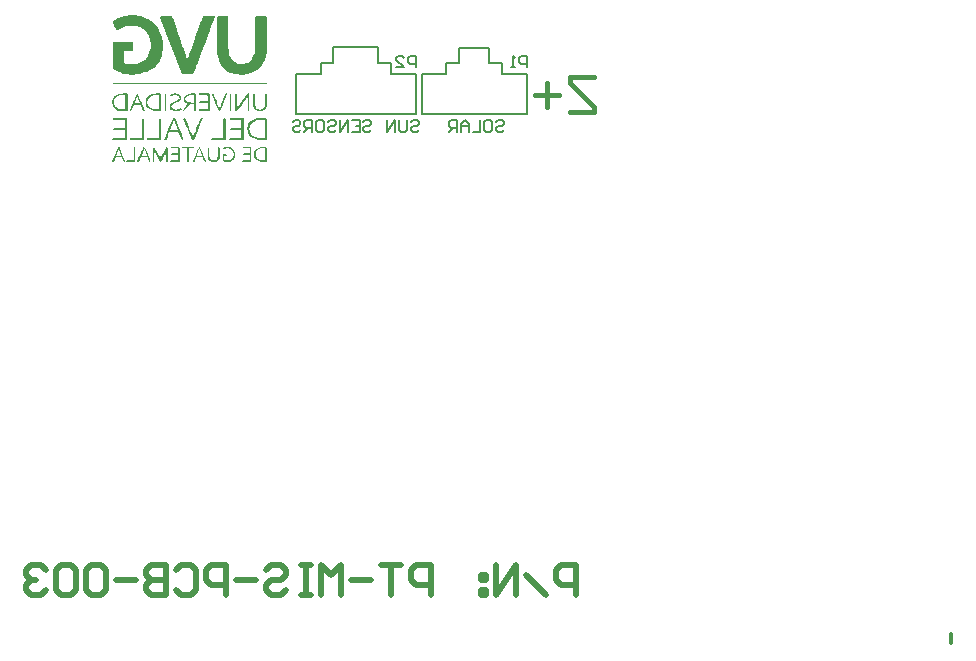
<source format=gbo>
G04 Layer_Color=32896*
%FSLAX25Y25*%
%MOIN*%
G70*
G01*
G75*
%ADD25C,0.00591*%
%ADD26C,0.01181*%
%ADD38C,0.02000*%
%ADD39C,0.01575*%
G36*
X92417Y182906D02*
Y175986D01*
X92187Y175678D01*
X91110D01*
X90188Y175755D01*
X89419Y175832D01*
X88650Y176063D01*
X88111Y176293D01*
X87573Y176524D01*
X87189Y176908D01*
X86497Y177600D01*
X86189Y178292D01*
X85958Y178831D01*
X85882Y179292D01*
Y179369D01*
Y179446D01*
Y179984D01*
X85958Y180445D01*
X86035Y180907D01*
X86420Y181676D01*
X87035Y182214D01*
X87727Y182598D01*
X88419Y182906D01*
X88957Y183060D01*
X89419Y183136D01*
X92187D01*
X92417Y182906D01*
D02*
G37*
G36*
X70119Y173448D02*
X70196Y173218D01*
X70504Y172602D01*
X70811Y171910D01*
X71119Y171065D01*
X71503Y170219D01*
X71734Y169527D01*
X71965Y168989D01*
X72041Y168912D01*
Y168835D01*
X71811Y168527D01*
X71272Y169219D01*
X71196Y169527D01*
X71119Y169834D01*
X70965Y170065D01*
X70888Y170219D01*
X68889D01*
X68658Y169681D01*
X68505Y169219D01*
X68351Y168912D01*
X68274Y168758D01*
X68197Y168604D01*
X68120Y168527D01*
X67813D01*
X68120Y169373D01*
X68351Y170142D01*
X68581Y170834D01*
X68812Y171372D01*
X69043Y171834D01*
X69196Y172295D01*
X69427Y172910D01*
X69658Y173218D01*
X69812Y173448D01*
X69889Y173525D01*
X70042D01*
X70119Y173448D01*
D02*
G37*
G36*
X78654Y182906D02*
Y175986D01*
X78423Y175678D01*
X73964D01*
X73733Y175986D01*
Y176139D01*
X73964Y176370D01*
X77885D01*
Y182906D01*
X78116Y183136D01*
X78423D01*
X78654Y182906D01*
D02*
G37*
G36*
X84575Y175986D02*
X84344Y175678D01*
X80038D01*
X79807Y175986D01*
Y176139D01*
X80038Y176370D01*
X83882D01*
Y179138D01*
X80499D01*
X80192Y179446D01*
Y179599D01*
X80499Y179830D01*
X83882D01*
Y182291D01*
X83652Y182598D01*
X79961D01*
Y183136D01*
X84575D01*
Y175986D01*
D02*
G37*
G36*
X62507Y191210D02*
X62892Y191133D01*
X63430Y190825D01*
X63737Y190441D01*
X63814Y190364D01*
Y190287D01*
Y189365D01*
X63276Y188672D01*
X62353Y188288D01*
X61661Y187980D01*
X61200Y187673D01*
X60816Y187442D01*
X60662Y187288D01*
X60585Y187135D01*
X60508Y186981D01*
X60585Y186673D01*
X60739Y186443D01*
X61277Y186135D01*
X61815Y185981D01*
X61969Y185904D01*
X62046D01*
X62584Y185981D01*
X63045Y186212D01*
X63507Y186366D01*
X63583Y186443D01*
X63660D01*
X63968Y186058D01*
X63891Y185904D01*
X63660Y185828D01*
X63353Y185674D01*
X63045Y185597D01*
X62738Y185520D01*
X62430Y185443D01*
X62199Y185366D01*
X62123D01*
X61431Y185443D01*
X60892Y185674D01*
X60508Y185904D01*
X60200Y186212D01*
X60047Y186443D01*
X59970Y186673D01*
Y186827D01*
Y186904D01*
Y187442D01*
X60354Y188134D01*
X61354Y188519D01*
X62046Y188826D01*
X62584Y189057D01*
X62892Y189288D01*
X63122Y189441D01*
X63199Y189518D01*
X63276Y189595D01*
Y189749D01*
X63199Y190057D01*
X63122Y190364D01*
X62661Y190595D01*
X62276Y190749D01*
X61507D01*
X60662Y190441D01*
X60354Y190518D01*
X60277Y190595D01*
X60200Y190672D01*
Y190749D01*
X60354Y190902D01*
X60508Y191056D01*
X60969Y191210D01*
X61354Y191287D01*
X62123D01*
X62507Y191210D01*
D02*
G37*
G36*
X45899Y190979D02*
Y185751D01*
X45668Y185520D01*
X43515D01*
X43054Y185597D01*
X42208Y185904D01*
X41593Y186366D01*
X41208Y186827D01*
X40978Y187288D01*
X40901Y187750D01*
X40824Y188057D01*
Y188134D01*
Y188826D01*
X40901Y189288D01*
X41055Y189672D01*
X41285Y189980D01*
X41516Y190287D01*
X42285Y190672D01*
X43131Y190979D01*
X44054Y191133D01*
X44745Y191287D01*
X45668D01*
X45899Y190979D01*
D02*
G37*
G36*
X70504Y181829D02*
X70119Y180676D01*
X69735Y179676D01*
X69427Y178831D01*
X69120Y178138D01*
X68889Y177523D01*
X68658Y176985D01*
X68505Y176601D01*
X68351Y176293D01*
X68197Y176063D01*
X68043Y175832D01*
X67966Y175678D01*
X67505D01*
X67428Y175755D01*
X67351Y175986D01*
X67197Y176370D01*
X66967Y176831D01*
X66736Y177370D01*
X66505Y177985D01*
X65967Y179292D01*
X65429Y180599D01*
X65198Y181214D01*
X64968Y181752D01*
X64737Y182214D01*
X64660Y182598D01*
X64506Y182829D01*
Y182906D01*
X64737Y183136D01*
X65044D01*
X65121Y183060D01*
X65275Y182829D01*
X65429Y182521D01*
X65583Y182137D01*
X65967Y181060D01*
X66429Y179907D01*
X66890Y178754D01*
X67274Y177677D01*
X67428Y177293D01*
X67582Y176985D01*
X67659Y176754D01*
Y176678D01*
X67813D01*
X68197Y177754D01*
X68581Y178754D01*
X68889Y179599D01*
X69196Y180368D01*
X69427Y180983D01*
X69581Y181522D01*
X69812Y181906D01*
X69965Y182291D01*
X70196Y182752D01*
X70350Y182983D01*
X70427Y183136D01*
X70965D01*
X70504Y181829D01*
D02*
G37*
G36*
X68197Y173218D02*
X67966Y172987D01*
X66275D01*
Y168835D01*
X66044Y168527D01*
X65737Y168835D01*
Y172987D01*
X64122D01*
X63814Y173218D01*
X64122Y173525D01*
X67966D01*
X68197Y173218D01*
D02*
G37*
G36*
X61892Y182983D02*
X62353Y181829D01*
X62815Y180753D01*
X63199Y179830D01*
X63507Y178984D01*
X63737Y178292D01*
X63968Y177754D01*
X64199Y177216D01*
X64275Y176831D01*
X64429Y176524D01*
X64506Y176216D01*
X64583Y175909D01*
X64660Y175755D01*
Y175678D01*
X64122D01*
X62815Y178292D01*
X59816D01*
X59508Y177446D01*
X59355Y176754D01*
X59124Y176293D01*
X58970Y175986D01*
X58893Y175832D01*
X58816Y175755D01*
X58740Y175678D01*
X58278D01*
X58201Y175832D01*
X58663Y177062D01*
X59047Y178215D01*
X59431Y179138D01*
X59739Y179984D01*
X60047Y180676D01*
X60277Y181291D01*
X60508Y181752D01*
X60662Y182137D01*
X60816Y182444D01*
X60969Y182675D01*
X61123Y182983D01*
X61200Y183136D01*
X61738D01*
X61892Y182983D01*
D02*
G37*
G36*
X76655Y173218D02*
Y170373D01*
X76578Y169757D01*
X76347Y169296D01*
X76040Y168912D01*
X75655Y168681D01*
X75271Y168527D01*
X74963Y168450D01*
X74656D01*
X73964Y168604D01*
X73502Y168758D01*
X73118Y169065D01*
X72887Y169296D01*
X72733Y169604D01*
X72657Y169834D01*
Y169988D01*
Y170065D01*
Y173371D01*
X72733Y173525D01*
X73041Y173218D01*
Y171142D01*
X73118Y170449D01*
X73272Y169911D01*
X73502Y169527D01*
X73810Y169296D01*
X74117Y169142D01*
X74348Y168989D01*
X74809D01*
X75271Y169142D01*
X75578Y169450D01*
X75886Y169911D01*
X76040Y170449D01*
X76117Y170911D01*
X76193Y171372D01*
Y171680D01*
Y171834D01*
Y173371D01*
X76347Y173525D01*
X76655Y173218D01*
D02*
G37*
G36*
X92417D02*
Y168835D01*
X92187Y168527D01*
X90495D01*
X89649Y168758D01*
X89034Y169065D01*
X88650Y169450D01*
X88342Y169834D01*
X88188Y170219D01*
X88035Y170603D01*
Y170834D01*
Y170911D01*
X88188Y171757D01*
X88496Y172449D01*
X89034Y172910D01*
X89572Y173218D01*
X90111Y173371D01*
X90649Y173525D01*
X92187D01*
X92417Y173218D01*
D02*
G37*
G36*
X80115Y173448D02*
X80653Y173218D01*
X81038Y172833D01*
X81345Y172449D01*
X81499Y171987D01*
X81653Y171680D01*
X81730Y171372D01*
Y171295D01*
Y170603D01*
X81653Y169988D01*
X81345Y169450D01*
X80961Y169065D01*
X80499Y168835D01*
X80038Y168604D01*
X79654Y168527D01*
X79346Y168450D01*
X79269D01*
X78731Y168527D01*
X78269Y168604D01*
X77962Y168681D01*
X77808Y168758D01*
X77654Y168835D01*
X77578Y168912D01*
Y168989D01*
Y170911D01*
X77885Y171142D01*
X78808D01*
X79115Y170911D01*
X78808Y170603D01*
X78116D01*
Y169065D01*
X78808Y168989D01*
X79346D01*
X79961Y169065D01*
X80422Y169296D01*
X80807Y169681D01*
X81038Y170065D01*
X81191Y170449D01*
X81268Y170834D01*
Y171065D01*
Y171142D01*
X81191Y171680D01*
X80961Y172141D01*
X80653Y172449D01*
X80269Y172679D01*
X79884Y172910D01*
X79577Y172987D01*
X79346Y173064D01*
X79269D01*
X78731Y172987D01*
X78346Y172910D01*
X78039Y172756D01*
X77885Y172679D01*
X77578Y172987D01*
X77654Y173141D01*
X77808Y173218D01*
X78116Y173371D01*
X78500Y173525D01*
X79500D01*
X80115Y173448D01*
D02*
G37*
G36*
X59431Y173218D02*
Y168835D01*
X59124Y168527D01*
X58816Y168835D01*
Y172295D01*
X58740D01*
X58278Y171142D01*
X57894Y170296D01*
X57586Y169604D01*
X57355Y169142D01*
X57125Y168835D01*
X56971Y168681D01*
X56894Y168527D01*
X56817D01*
X56740Y168604D01*
X56586Y168681D01*
X56356Y169142D01*
X55971Y169757D01*
X55664Y170449D01*
X55356Y171142D01*
X55126Y171680D01*
X54972Y172141D01*
X54895Y172218D01*
Y172295D01*
X54741D01*
Y168835D01*
X54434Y168527D01*
X54280D01*
Y173218D01*
X54587Y173525D01*
X54741D01*
X56894Y169373D01*
X57202Y170142D01*
X57509Y170757D01*
X57740Y171295D01*
X57971Y171757D01*
X58355Y172526D01*
X58586Y172987D01*
X58740Y173294D01*
X58893Y173448D01*
X58970Y173525D01*
X59124D01*
X59431Y173218D01*
D02*
G37*
G36*
X51435Y182906D02*
Y175986D01*
X51127Y175678D01*
X46898D01*
X46591Y175986D01*
Y176370D01*
X50589D01*
Y182906D01*
X50897Y183136D01*
X51127D01*
X51435Y182906D01*
D02*
G37*
G36*
X57048D02*
Y175986D01*
X56817Y175678D01*
X52511D01*
X52281Y175986D01*
Y176139D01*
X52511Y176370D01*
X56356D01*
Y182906D01*
X56663Y183136D01*
X56817D01*
X57048Y182906D01*
D02*
G37*
G36*
X87189Y173218D02*
Y168527D01*
X84190D01*
X84036Y168681D01*
X84344Y168989D01*
X86804D01*
Y170757D01*
X84575D01*
X84344Y171065D01*
X84575Y171295D01*
X86804D01*
Y172987D01*
X84190D01*
Y173218D01*
X84498Y173525D01*
X86958D01*
X87189Y173218D01*
D02*
G37*
G36*
X45668Y175986D02*
X45361Y175678D01*
X41055D01*
X40824Y175986D01*
Y176139D01*
X41055Y176370D01*
X44976D01*
Y179138D01*
X41516D01*
X41208Y179446D01*
Y179599D01*
X41516Y179830D01*
X44976D01*
Y182598D01*
X41208D01*
X41055Y182444D01*
Y182598D01*
X40978Y182752D01*
Y183136D01*
X45668D01*
Y175986D01*
D02*
G37*
G36*
X48513Y173218D02*
Y168835D01*
X48282Y168527D01*
X45514D01*
X45361Y168681D01*
X45668Y168989D01*
X48129D01*
Y173371D01*
X48282Y173525D01*
X48513Y173218D01*
D02*
G37*
G36*
X43131Y173448D02*
X43285Y173294D01*
X43361Y173064D01*
X43515Y172756D01*
X43823Y171987D01*
X44207Y171142D01*
X44515Y170219D01*
X44822Y169450D01*
X44899Y169142D01*
X44976Y168912D01*
X45053Y168758D01*
Y168681D01*
Y168527D01*
X44669D01*
X44438Y169065D01*
X44284Y169527D01*
X44130Y169834D01*
X44054Y169988D01*
X43977Y170142D01*
X43900Y170219D01*
X41901D01*
X41747Y169681D01*
X41593Y169219D01*
X41439Y168912D01*
X41285Y168758D01*
X41208Y168604D01*
X41132Y168527D01*
X40978D01*
X40824Y168681D01*
X41132Y169527D01*
X41439Y170219D01*
X41670Y170834D01*
X41901Y171449D01*
X42054Y171910D01*
X42285Y172295D01*
X42516Y172833D01*
X42669Y173218D01*
X42823Y173448D01*
X42900Y173525D01*
X43054D01*
X43131Y173448D01*
D02*
G37*
G36*
X79115Y191133D02*
X78731Y190133D01*
X78423Y189288D01*
X78116Y188519D01*
X77808Y187904D01*
X77578Y187365D01*
X77424Y186904D01*
X77193Y186520D01*
X77039Y186212D01*
X76885Y185828D01*
X76732Y185597D01*
X76655Y185520D01*
X76501D01*
X76347Y185674D01*
X76193Y185981D01*
X75809Y186673D01*
X75425Y187596D01*
X74963Y188596D01*
X74579Y189518D01*
X74271Y190364D01*
X74117Y190672D01*
X74041Y190902D01*
X73964Y191056D01*
Y191133D01*
X74117D01*
X74271Y191287D01*
X74425D01*
X74502Y191210D01*
X74579Y191056D01*
X74733Y190825D01*
X74886Y190518D01*
X75194Y189672D01*
X75578Y188826D01*
X75886Y187904D01*
X76193Y187058D01*
X76347Y186750D01*
X76424Y186520D01*
X76501Y186366D01*
Y186289D01*
X76655D01*
X76962Y187135D01*
X77193Y187904D01*
X77501Y188596D01*
X77654Y189211D01*
X77885Y189672D01*
X78039Y190057D01*
X78269Y190672D01*
X78500Y191056D01*
X78577Y191210D01*
X78654Y191287D01*
X78961D01*
X79115Y191133D01*
D02*
G37*
G36*
X86497Y190979D02*
Y185751D01*
X86266Y185520D01*
X85958Y185751D01*
Y190057D01*
X85882D01*
X85343Y189288D01*
X84805Y188672D01*
X84421Y188057D01*
X84036Y187596D01*
X83421Y186750D01*
X82883Y186212D01*
X82575Y185828D01*
X82422Y185674D01*
X82268Y185520D01*
X82114D01*
X81883Y185751D01*
Y190979D01*
X82114Y191287D01*
X82422Y190979D01*
Y186596D01*
X86112Y191287D01*
X86266D01*
X86497Y190979D01*
D02*
G37*
G36*
X92417Y216737D02*
Y206588D01*
X92340Y204973D01*
X92033Y203589D01*
X91648Y202436D01*
X91187Y201359D01*
X90572Y200514D01*
X89880Y199821D01*
X89111Y199206D01*
X88342Y198745D01*
X87650Y198361D01*
X86881Y198053D01*
X86189Y197899D01*
X85574Y197746D01*
X85113Y197669D01*
X84651Y197592D01*
X83882D01*
X82575Y197669D01*
X81960Y197746D01*
X81345Y197899D01*
X80884Y197976D01*
X80499Y198053D01*
X80269Y198130D01*
X80192D01*
X79423Y198514D01*
X78731Y199053D01*
X78193Y199591D01*
X77654Y200129D01*
X77193Y200744D01*
X76885Y201359D01*
X76347Y202590D01*
X76040Y203743D01*
X75886Y204743D01*
X75809Y205050D01*
Y205358D01*
Y205511D01*
Y205588D01*
Y216737D01*
X76040Y217045D01*
X79269D01*
X79500Y216737D01*
Y208356D01*
X79807Y204050D01*
X80269Y203051D01*
X80884Y202282D01*
X81576Y201821D01*
X82268Y201436D01*
X82883Y201205D01*
X83421Y201129D01*
X83729Y201052D01*
X83882D01*
X84728Y201129D01*
X85420Y201282D01*
X86035Y201513D01*
X86574Y201898D01*
X86958Y202282D01*
X87343Y202743D01*
X87881Y203666D01*
X88265Y204666D01*
X88419Y205434D01*
X88496Y205819D01*
Y206050D01*
Y206203D01*
Y206280D01*
Y216737D01*
X88727Y217045D01*
X92187D01*
X92417Y216737D01*
D02*
G37*
G36*
X75117Y216891D02*
X74502Y215199D01*
X73887Y213662D01*
X73349Y212201D01*
X72887Y210817D01*
X72349Y209510D01*
X71965Y208356D01*
X71503Y207203D01*
X71119Y206203D01*
X70734Y205281D01*
X70427Y204358D01*
X69812Y202820D01*
X69350Y201590D01*
X68889Y200514D01*
X68581Y199745D01*
X68351Y199053D01*
X68120Y198591D01*
X67966Y198284D01*
X67889Y198053D01*
X67813Y197976D01*
Y197899D01*
X63968D01*
X56817Y216583D01*
Y216891D01*
X56894Y216968D01*
X56971Y217045D01*
X60662D01*
X60739Y216968D01*
X60816Y216891D01*
X60969Y216430D01*
X61277Y215738D01*
X61584Y214815D01*
X61969Y213739D01*
X62430Y212508D01*
X62892Y211201D01*
X63353Y209894D01*
X63814Y208510D01*
X64199Y207203D01*
X64660Y205973D01*
X64968Y204896D01*
X65275Y203974D01*
X65506Y203282D01*
X65660Y202820D01*
X65737Y202743D01*
Y202666D01*
X66044D01*
X66505Y203974D01*
X66890Y205204D01*
X67274Y206357D01*
X67582Y207434D01*
X68274Y209356D01*
X68812Y210971D01*
X69273Y212355D01*
X69735Y213508D01*
X70042Y214508D01*
X70350Y215276D01*
X70581Y215815D01*
X70734Y216276D01*
X70888Y216583D01*
X70965Y216814D01*
X71042Y216968D01*
X71119Y217045D01*
X74963D01*
X75117Y216891D01*
D02*
G37*
G36*
X92417Y194747D02*
X92187Y194439D01*
X40978D01*
X40824Y194593D01*
X41055Y194824D01*
X92340D01*
X92417Y194747D01*
D02*
G37*
G36*
X50282Y217045D02*
X51589Y216583D01*
X52742Y216045D01*
X53742Y215430D01*
X54587Y214738D01*
X55279Y213969D01*
X55895Y213200D01*
X56433Y212355D01*
X56817Y211586D01*
X57125Y210817D01*
X57355Y210125D01*
X57509Y209433D01*
X57586Y208818D01*
X57663Y208356D01*
X57740Y207972D01*
Y207741D01*
Y207664D01*
Y207280D01*
X57663Y205665D01*
X57509Y204973D01*
X57355Y204358D01*
X57279Y203820D01*
X57125Y203435D01*
X57048Y203205D01*
Y203128D01*
X56586Y202128D01*
X56048Y201282D01*
X55356Y200590D01*
X54664Y199898D01*
X53895Y199360D01*
X53127Y198976D01*
X52281Y198591D01*
X51512Y198284D01*
X50051Y197899D01*
X49359Y197746D01*
X48744Y197669D01*
X48282D01*
X47898Y197592D01*
X47283D01*
X45745Y197669D01*
X44515Y197899D01*
X43361Y198284D01*
X42516Y198668D01*
X41824Y198976D01*
X41362Y199360D01*
X41055Y199591D01*
X40978Y199668D01*
Y208356D01*
X41208Y208587D01*
X47590D01*
X47821Y208356D01*
Y205588D01*
X44669D01*
Y201590D01*
X44745Y201436D01*
X45053Y201282D01*
X45514Y201205D01*
X45976Y201129D01*
X46437D01*
X46898Y201052D01*
X47283D01*
X48129Y201129D01*
X48667D01*
X49128Y201205D01*
X49436Y201282D01*
X49590Y201359D01*
X49666D01*
X49743Y201436D01*
X50435Y201744D01*
X51051Y202051D01*
X51589Y202436D01*
X52050Y202897D01*
X52742Y203820D01*
X53203Y204896D01*
X53511Y205819D01*
X53665Y206588D01*
X53742Y206895D01*
Y207126D01*
Y207280D01*
Y207357D01*
X53511Y209587D01*
X53203Y210355D01*
X52819Y211047D01*
X52358Y211586D01*
X51896Y212047D01*
X50897Y212816D01*
X49974Y213354D01*
X49051Y213662D01*
X48282Y213815D01*
X47975Y213892D01*
X47590D01*
X46514Y213815D01*
X45514Y213662D01*
X44669Y213431D01*
X43900Y213123D01*
X43285Y212816D01*
X42823Y212585D01*
X42516Y212432D01*
X42439Y212355D01*
X42285Y212508D01*
X42054Y212816D01*
X41824Y213277D01*
X41516Y213815D01*
X41285Y214277D01*
X41055Y214738D01*
X40901Y215046D01*
X40824Y215199D01*
X41824Y215892D01*
X42823Y216430D01*
X43823Y216737D01*
X44745Y217045D01*
X45591Y217199D01*
X46283Y217276D01*
X47821D01*
X50282Y217045D01*
D02*
G37*
G36*
X51512Y173448D02*
X51589Y173218D01*
X51896Y172679D01*
X52281Y171910D01*
X52588Y170988D01*
X52973Y170142D01*
X53280Y169373D01*
X53434Y169142D01*
X53511Y168912D01*
X53588Y168758D01*
Y168681D01*
X53511D01*
X53357Y168527D01*
X53203Y168604D01*
X53050Y168758D01*
X52896Y169065D01*
X52742Y169373D01*
X52665Y169681D01*
X52588Y169988D01*
X52511Y170142D01*
Y170219D01*
X50282D01*
X50128Y169681D01*
X49974Y169219D01*
X49897Y168912D01*
X49743Y168758D01*
X49666Y168604D01*
X49590Y168527D01*
X49359D01*
X49205Y168681D01*
X49513Y169527D01*
X49820Y170296D01*
X50051Y170911D01*
X50282Y171449D01*
X50512Y171910D01*
X50666Y172295D01*
X50897Y172910D01*
X51127Y173218D01*
X51204Y173448D01*
X51281Y173525D01*
X51435D01*
X51512Y173448D01*
D02*
G37*
G36*
X58816Y185751D02*
X58586Y185520D01*
X58278Y185751D01*
Y190979D01*
X58586Y191287D01*
X58816D01*
Y185751D01*
D02*
G37*
G36*
X68658Y190979D02*
Y185751D01*
X68351Y185520D01*
X68043Y185751D01*
Y187827D01*
X66813D01*
X64891Y185520D01*
X64660D01*
X64506Y185597D01*
X65890Y187673D01*
Y187980D01*
X65506Y188057D01*
X65275Y188211D01*
X64891Y188826D01*
X64660Y189365D01*
Y189518D01*
Y189595D01*
X64814Y190133D01*
X65121Y190595D01*
X65660Y190902D01*
X66198Y191056D01*
X66813Y191210D01*
X67351Y191287D01*
X68351D01*
X68658Y190979D01*
D02*
G37*
G36*
X49282Y191133D02*
X49436Y190902D01*
X49820Y190133D01*
X50205Y189211D01*
X50666Y188211D01*
X51051Y187212D01*
X51358Y186366D01*
X51512Y186058D01*
X51589Y185828D01*
X51666Y185674D01*
Y185597D01*
X51589D01*
X51435Y185520D01*
X51281D01*
X51127Y185597D01*
X50974Y185828D01*
X50820Y186135D01*
X50743Y186520D01*
X50589Y186827D01*
X50512Y187135D01*
X50435Y187365D01*
Y187442D01*
X47975D01*
X47744Y186827D01*
X47513Y186366D01*
X47360Y185981D01*
X47206Y185751D01*
X47129Y185597D01*
X47052Y185520D01*
X46745D01*
X46591Y185597D01*
X46975Y186520D01*
X47283Y187288D01*
X47590Y187980D01*
X47821Y188596D01*
X48052Y189134D01*
X48282Y189595D01*
X48590Y190364D01*
X48821Y190825D01*
X48974Y191133D01*
X49051Y191287D01*
X49205D01*
X49282Y191133D01*
D02*
G37*
G36*
X56894Y190979D02*
Y185751D01*
X56663Y185520D01*
X55433D01*
X54818Y185597D01*
X54280Y185674D01*
X53434Y185981D01*
X52819Y186289D01*
X52434Y186673D01*
X52127Y187058D01*
X52050Y187365D01*
X51973Y187596D01*
Y187673D01*
Y189057D01*
X52050Y189441D01*
X52127Y189826D01*
X52665Y190364D01*
X53280Y190749D01*
X54049Y190979D01*
X54895Y191210D01*
X55510Y191287D01*
X56663D01*
X56894Y190979D01*
D02*
G37*
G36*
X92417D02*
Y188134D01*
X92340Y187212D01*
X92033Y186520D01*
X91648Y186058D01*
X91264Y185751D01*
X90803Y185520D01*
X90495Y185443D01*
X90188Y185366D01*
X90111D01*
X89342Y185520D01*
X88803Y185751D01*
X88342Y186135D01*
X88111Y186520D01*
X87958Y186904D01*
X87804Y187212D01*
Y187442D01*
Y187519D01*
Y190979D01*
X88035Y191287D01*
X88342Y190979D01*
Y187827D01*
X88419Y187288D01*
X88573Y186827D01*
X88880Y186443D01*
X89111Y186212D01*
X89419Y186058D01*
X89726Y185981D01*
X89880Y185904D01*
X89957D01*
X90572Y185981D01*
X91033Y186289D01*
X91418Y186673D01*
X91648Y187058D01*
X91802Y187519D01*
X91879Y187827D01*
Y188134D01*
Y188211D01*
Y190979D01*
X92187Y191287D01*
X92417Y190979D01*
D02*
G37*
G36*
X63430Y173218D02*
Y168835D01*
X63122Y168527D01*
X60200D01*
X60123Y168681D01*
X60354Y168989D01*
X62815D01*
Y170757D01*
X60662D01*
X60354Y171065D01*
X60662Y171295D01*
X62815D01*
Y172987D01*
X60508D01*
X60200Y173218D01*
X60508Y173525D01*
X63122D01*
X63430Y173218D01*
D02*
G37*
G36*
X73349Y190979D02*
Y185751D01*
X73041Y185520D01*
X69889D01*
X69581Y185751D01*
X69889Y186058D01*
X72503D01*
X72733Y186289D01*
Y188134D01*
X70119D01*
X69889Y188365D01*
X70119Y188672D01*
X72733D01*
Y190441D01*
X72503Y190749D01*
X69889D01*
X69581Y190979D01*
X69889Y191287D01*
X73041D01*
X73349Y190979D01*
D02*
G37*
G36*
X80499D02*
Y185751D01*
X80192Y185520D01*
X79961Y185751D01*
Y190979D01*
X80192Y191287D01*
X80499Y190979D01*
D02*
G37*
%LPC*%
G36*
X91495Y182598D02*
X90341D01*
X89649Y182444D01*
X89034Y182291D01*
X88496Y182137D01*
X88035Y181906D01*
X87650Y181676D01*
X87112Y181137D01*
X86727Y180522D01*
X86574Y180061D01*
X86497Y179753D01*
Y179599D01*
X86574Y179061D01*
X86651Y178523D01*
X87189Y177754D01*
X87881Y177139D01*
X88650Y176754D01*
X89419Y176524D01*
X90111Y176447D01*
X90649Y176370D01*
X91495D01*
X91802Y176678D01*
Y182291D01*
X91495Y182598D01*
D02*
G37*
G36*
X70042Y172833D02*
X69889D01*
X69196Y170757D01*
Y170603D01*
X70734D01*
X70042Y172833D01*
D02*
G37*
G36*
X45207Y190749D02*
X44515D01*
X43438Y190672D01*
X42669Y190441D01*
X42131Y190057D01*
X41747Y189749D01*
X41516Y189365D01*
X41439Y188980D01*
X41362Y188749D01*
Y188672D01*
X41439Y187827D01*
X41747Y187135D01*
X42131Y186673D01*
X42593Y186366D01*
X43054Y186212D01*
X43438Y186135D01*
X43746Y186058D01*
X45207D01*
Y190749D01*
D02*
G37*
G36*
X61507Y182291D02*
X61354D01*
X60200Y179138D01*
Y178984D01*
X62738D01*
X61507Y182291D01*
D02*
G37*
G36*
X91879Y172987D02*
X90495D01*
X89880Y172910D01*
X89419Y172679D01*
X89034Y172372D01*
X88803Y172064D01*
X88650Y171680D01*
X88573Y171372D01*
Y171142D01*
Y171065D01*
X88727Y170373D01*
X89034Y169834D01*
X89495Y169527D01*
X90034Y169219D01*
X90572Y169065D01*
X91033Y168989D01*
X91879D01*
Y172987D01*
D02*
G37*
G36*
X43131Y172679D02*
X42900D01*
X42208Y170603D01*
X43823D01*
X43131Y172679D01*
D02*
G37*
G36*
X51589D02*
X51281D01*
X50589Y170603D01*
X50897D01*
X51435Y170757D01*
X51973Y170603D01*
X52281D01*
X51589Y172679D01*
D02*
G37*
G36*
X68043Y190749D02*
X67274D01*
X66582Y190672D01*
X66044Y190595D01*
X65737Y190364D01*
X65429Y190210D01*
X65275Y189980D01*
X65198Y189749D01*
Y189672D01*
Y189595D01*
X65275Y189134D01*
X65583Y188826D01*
X65967Y188519D01*
X66429Y188365D01*
X66890Y188288D01*
X67274Y188211D01*
X68043D01*
Y190749D01*
D02*
G37*
G36*
X49205Y190441D02*
X49051D01*
X48282Y188134D01*
Y187980D01*
X50205D01*
X49205Y190441D01*
D02*
G37*
G36*
X56356Y190749D02*
X55664D01*
X54587Y190672D01*
X53819Y190441D01*
X53280Y190133D01*
X52896Y189826D01*
X52665Y189441D01*
X52588Y189134D01*
X52511Y188903D01*
Y188826D01*
Y188211D01*
X52665Y187519D01*
X52973Y186981D01*
X53357Y186596D01*
X53895Y186366D01*
X54434Y186212D01*
X54818Y186058D01*
X56356D01*
Y190749D01*
D02*
G37*
%LPD*%
D25*
X143898Y197933D02*
X152165D01*
Y201279D01*
X156496D01*
Y206594D01*
X166339D01*
Y201279D02*
Y206594D01*
Y201279D02*
X170669D01*
Y197933D02*
Y201279D01*
Y197933D02*
X178937D01*
Y184350D02*
Y197933D01*
X143898Y184350D02*
Y197933D01*
Y184350D02*
X178937D01*
X101976Y184352D02*
X141937D01*
X101976D02*
Y197935D01*
X141937Y184352D02*
Y197935D01*
X133669D02*
X141937D01*
X133669D02*
Y201281D01*
X129437D02*
X133669D01*
X129437D02*
Y206793D01*
X114378D02*
X129437D01*
X114378Y201281D02*
Y206793D01*
X110244Y201281D02*
X114378D01*
X110244Y197935D02*
Y201281D01*
X101976Y197935D02*
X110244D01*
X141917Y199950D02*
Y203886D01*
X139949D01*
X139294Y203230D01*
Y201918D01*
X139949Y201262D01*
X141917D01*
X135358Y199950D02*
X137981D01*
X135358Y202574D01*
Y203230D01*
X136014Y203886D01*
X137326D01*
X137981Y203230D01*
X178917Y199950D02*
Y203886D01*
X176949D01*
X176294Y203230D01*
Y201918D01*
X176949Y201262D01*
X178917D01*
X174981Y199950D02*
X173670D01*
X174326D01*
Y203886D01*
X174981Y203230D01*
X140294Y181730D02*
X140949Y182386D01*
X142261D01*
X142917Y181730D01*
Y181074D01*
X142261Y180418D01*
X140949D01*
X140294Y179762D01*
Y179106D01*
X140949Y178450D01*
X142261D01*
X142917Y179106D01*
X138981Y182386D02*
Y179106D01*
X138326Y178450D01*
X137014D01*
X136358Y179106D01*
Y182386D01*
X135046Y178450D02*
Y182386D01*
X132422Y178450D01*
Y182386D01*
X124550Y181730D02*
X125206Y182386D01*
X126518D01*
X127174Y181730D01*
Y181074D01*
X126518Y180418D01*
X125206D01*
X124550Y179762D01*
Y179106D01*
X125206Y178450D01*
X126518D01*
X127174Y179106D01*
X120615Y182386D02*
X123239D01*
Y178450D01*
X120615D01*
X123239Y180418D02*
X121927D01*
X119303Y178450D02*
Y182386D01*
X116679Y178450D01*
Y182386D01*
X112743Y181730D02*
X113399Y182386D01*
X114711D01*
X115367Y181730D01*
Y181074D01*
X114711Y180418D01*
X113399D01*
X112743Y179762D01*
Y179106D01*
X113399Y178450D01*
X114711D01*
X115367Y179106D01*
X109464Y182386D02*
X110775D01*
X111431Y181730D01*
Y179106D01*
X110775Y178450D01*
X109464D01*
X108808Y179106D01*
Y181730D01*
X109464Y182386D01*
X107496Y178450D02*
Y182386D01*
X105528D01*
X104872Y181730D01*
Y180418D01*
X105528Y179762D01*
X107496D01*
X106184D02*
X104872Y178450D01*
X100936Y181730D02*
X101592Y182386D01*
X102904D01*
X103560Y181730D01*
Y181074D01*
X102904Y180418D01*
X101592D01*
X100936Y179762D01*
Y179106D01*
X101592Y178450D01*
X102904D01*
X103560Y179106D01*
X168793Y181730D02*
X169449Y182386D01*
X170761D01*
X171417Y181730D01*
Y181074D01*
X170761Y180418D01*
X169449D01*
X168793Y179762D01*
Y179106D01*
X169449Y178450D01*
X170761D01*
X171417Y179106D01*
X165514Y182386D02*
X166826D01*
X167482Y181730D01*
Y179106D01*
X166826Y178450D01*
X165514D01*
X164858Y179106D01*
Y181730D01*
X165514Y182386D01*
X163546D02*
Y178450D01*
X160922D01*
X159610D02*
Y181074D01*
X158298Y182386D01*
X156986Y181074D01*
Y178450D01*
Y180418D01*
X159610D01*
X155674Y178450D02*
Y182386D01*
X153706D01*
X153050Y181730D01*
Y180418D01*
X153706Y179762D01*
X155674D01*
X154362D02*
X153050Y178450D01*
D26*
X320417Y7950D02*
Y10950D01*
D38*
X195417Y23950D02*
Y33947D01*
X190419D01*
X188753Y32281D01*
Y28949D01*
X190419Y27283D01*
X195417D01*
X185421Y23950D02*
X178756Y30615D01*
X175424Y23950D02*
Y33947D01*
X168759Y23950D01*
Y33947D01*
X165427Y30615D02*
X163761D01*
Y28949D01*
X165427D01*
Y30615D01*
Y25616D02*
X163761D01*
Y23950D01*
X165427D01*
Y25616D01*
X147100Y23950D02*
Y33947D01*
X142101D01*
X140435Y32281D01*
Y28949D01*
X142101Y27283D01*
X147100D01*
X137103Y33947D02*
X130438D01*
X133771D01*
Y23950D01*
X127106Y28949D02*
X120441D01*
X117109Y23950D02*
Y33947D01*
X113777Y30615D01*
X110445Y33947D01*
Y23950D01*
X107113Y33947D02*
X103780D01*
X105446D01*
Y23950D01*
X107113D01*
X103780D01*
X92117Y32281D02*
X93783Y33947D01*
X97116D01*
X98782Y32281D01*
Y30615D01*
X97116Y28949D01*
X93783D01*
X92117Y27283D01*
Y25616D01*
X93783Y23950D01*
X97116D01*
X98782Y25616D01*
X88785Y28949D02*
X82121D01*
X78788Y23950D02*
Y33947D01*
X73790D01*
X72124Y32281D01*
Y28949D01*
X73790Y27283D01*
X78788D01*
X62127Y32281D02*
X63793Y33947D01*
X67125D01*
X68792Y32281D01*
Y25616D01*
X67125Y23950D01*
X63793D01*
X62127Y25616D01*
X58795Y33947D02*
Y23950D01*
X53796D01*
X52130Y25616D01*
Y27283D01*
X53796Y28949D01*
X58795D01*
X53796D01*
X52130Y30615D01*
Y32281D01*
X53796Y33947D01*
X58795D01*
X48798Y28949D02*
X42134D01*
X38801Y32281D02*
X37135Y33947D01*
X33803D01*
X32137Y32281D01*
Y25616D01*
X33803Y23950D01*
X37135D01*
X38801Y25616D01*
Y32281D01*
X28804D02*
X27138Y33947D01*
X23806D01*
X22140Y32281D01*
Y25616D01*
X23806Y23950D01*
X27138D01*
X28804Y25616D01*
Y32281D01*
X18808D02*
X17142Y33947D01*
X13809D01*
X12143Y32281D01*
Y30615D01*
X13809Y28949D01*
X15475D01*
X13809D01*
X12143Y27283D01*
Y25616D01*
X13809Y23950D01*
X17142D01*
X18808Y25616D01*
D39*
X201417Y196758D02*
X193546D01*
Y194790D01*
X201417Y186918D01*
Y184950D01*
X193546D01*
X189610Y190854D02*
X181739D01*
X185674Y194790D02*
Y186918D01*
M02*

</source>
